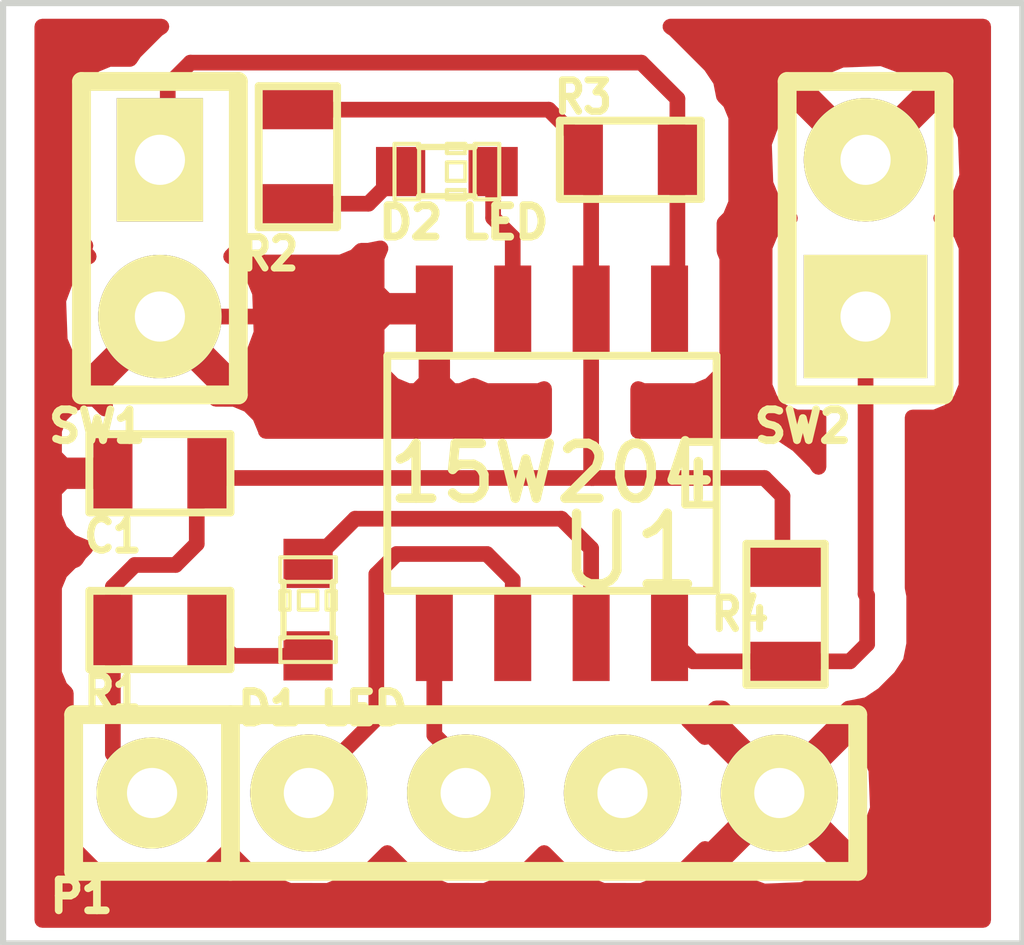
<source format=kicad_pcb>
(kicad_pcb (version 3) (host pcbnew "(22-Jun-2014 BZR 4027)-stable")

  (general
    (links 20)
    (no_connects 0)
    (area 199.339999 126.949999 215.950001 142.290001)
    (thickness 1.6)
    (drawings 5)
    (tracks 62)
    (zones 0)
    (modules 11)
    (nets 11)
  )

  (page A3)
  (layers
    (15 F.Cu signal)
    (0 B.Cu signal)
    (16 B.Adhes user)
    (17 F.Adhes user)
    (18 B.Paste user)
    (19 F.Paste user)
    (20 B.SilkS user)
    (21 F.SilkS user)
    (22 B.Mask user)
    (23 F.Mask user)
    (24 Dwgs.User user)
    (25 Cmts.User user)
    (26 Eco1.User user)
    (27 Eco2.User user)
    (28 Edge.Cuts user)
  )

  (setup
    (last_trace_width 0.254)
    (trace_clearance 0.254)
    (zone_clearance 0.508)
    (zone_45_only no)
    (trace_min 0.254)
    (segment_width 0.2)
    (edge_width 0.1)
    (via_size 0.889)
    (via_drill 0.635)
    (via_min_size 0.889)
    (via_min_drill 0.508)
    (uvia_size 0.508)
    (uvia_drill 0.127)
    (uvias_allowed no)
    (uvia_min_size 0.508)
    (uvia_min_drill 0.127)
    (pcb_text_width 0.3)
    (pcb_text_size 1.5 1.5)
    (mod_edge_width 0.15)
    (mod_text_size 1 1)
    (mod_text_width 0.15)
    (pad_size 1.9 1.9)
    (pad_drill 0.8128)
    (pad_to_mask_clearance 0)
    (aux_axis_origin 0 0)
    (visible_elements 7FFFFFFF)
    (pcbplotparams
      (layerselection 536838145)
      (usegerberextensions false)
      (excludeedgelayer false)
      (linewidth 0.150000)
      (plotframeref false)
      (viasonmask false)
      (mode 1)
      (useauxorigin false)
      (hpglpennumber 1)
      (hpglpenspeed 20)
      (hpglpendiameter 15)
      (hpglpenoverlay 2)
      (psnegative false)
      (psa4output false)
      (plotreference true)
      (plotvalue true)
      (plotothertext true)
      (plotinvisibletext false)
      (padsonsilk false)
      (subtractmaskfromsilk false)
      (outputformat 1)
      (mirror false)
      (drillshape 0)
      (scaleselection 1)
      (outputdirectory gerber/))
  )

  (net 0 "")
  (net 1 GND)
  (net 2 IN1)
  (net 3 IN2)
  (net 4 MCU_RX)
  (net 5 MCU_TX)
  (net 6 N-000003)
  (net 7 N-000005)
  (net 8 OUT1)
  (net 9 OUT2)
  (net 10 VCC)

  (net_class Default "This is the default net class."
    (clearance 0.254)
    (trace_width 0.254)
    (via_dia 0.889)
    (via_drill 0.635)
    (uvia_dia 0.508)
    (uvia_drill 0.127)
    (add_net "")
    (add_net GND)
    (add_net IN1)
    (add_net IN2)
    (add_net MCU_RX)
    (add_net MCU_TX)
    (add_net N-000003)
    (add_net N-000005)
    (add_net OUT1)
    (add_net OUT2)
    (add_net VCC)
  )

  (module SO8E (layer F.Cu) (tedit 56D18A74) (tstamp 56D1611D)
    (at 208.28 134.62 180)
    (descr "module CMS SOJ 8 pins etroit")
    (tags "CMS SOJ")
    (path /56D14F30)
    (attr smd)
    (fp_text reference U1 (at -1.27 -1.27 180) (layer F.SilkS)
      (effects (font (size 1.143 1.143) (thickness 0.1524)))
    )
    (fp_text value 15W204 (at 0 0 180) (layer F.SilkS)
      (effects (font (size 0.889 0.889) (thickness 0.1524)))
    )
    (fp_line (start -2.667 1.778) (end -2.667 1.905) (layer F.SilkS) (width 0.127))
    (fp_line (start -2.667 1.905) (end 2.667 1.905) (layer F.SilkS) (width 0.127))
    (fp_line (start 2.667 -1.905) (end -2.667 -1.905) (layer F.SilkS) (width 0.127))
    (fp_line (start -2.667 -1.905) (end -2.667 1.778) (layer F.SilkS) (width 0.127))
    (fp_line (start -2.667 -0.508) (end -2.159 -0.508) (layer F.SilkS) (width 0.127))
    (fp_line (start -2.159 -0.508) (end -2.159 0.508) (layer F.SilkS) (width 0.127))
    (fp_line (start -2.159 0.508) (end -2.667 0.508) (layer F.SilkS) (width 0.127))
    (fp_line (start 2.667 -1.905) (end 2.667 1.905) (layer F.SilkS) (width 0.127))
    (pad 8 smd rect (at -1.905 -2.667 180) (size 0.59944 1.39954)
      (layers F.Cu F.Paste F.Mask)
      (net 3 IN2)
    )
    (pad 1 smd rect (at -1.905 2.667 180) (size 0.59944 1.39954)
      (layers F.Cu F.Paste F.Mask)
      (net 2 IN1)
    )
    (pad 7 smd rect (at -0.635 -2.667 180) (size 0.59944 1.39954)
      (layers F.Cu F.Paste F.Mask)
      (net 9 OUT2)
    )
    (pad 6 smd rect (at 0.635 -2.667 180) (size 0.59944 1.39954)
      (layers F.Cu F.Paste F.Mask)
      (net 5 MCU_TX)
    )
    (pad 5 smd rect (at 1.905 -2.667 180) (size 0.59944 1.39954)
      (layers F.Cu F.Paste F.Mask)
      (net 4 MCU_RX)
    )
    (pad 2 smd rect (at -0.635 2.667 180) (size 0.59944 1.39954)
      (layers F.Cu F.Paste F.Mask)
      (net 10 VCC)
    )
    (pad 3 smd rect (at 0.635 2.667 180) (size 0.59944 1.39954)
      (layers F.Cu F.Paste F.Mask)
      (net 8 OUT1)
    )
    (pad 4 smd rect (at 1.905 2.667 180) (size 0.59944 1.39954)
      (layers F.Cu F.Paste F.Mask)
      (net 1 GND)
    )
    (model smd/cms_so8.wrl
      (at (xyz 0 0 0))
      (scale (xyz 0.5 0.32 0.5))
      (rotate (xyz 0 0 0))
    )
  )

  (module SM0603 (layer F.Cu) (tedit 56D1920F) (tstamp 56D16E0E)
    (at 201.93 134.62 180)
    (path /56D15359)
    (attr smd)
    (fp_text reference C1 (at 0.762 -1.016 180) (layer F.SilkS)
      (effects (font (size 0.508 0.4572) (thickness 0.1143)))
    )
    (fp_text value 10uF (at -0.762 -1.016 180) (layer F.SilkS) hide
      (effects (font (size 0.508 0.4572) (thickness 0.1143)))
    )
    (fp_line (start -1.143 -0.635) (end 1.143 -0.635) (layer F.SilkS) (width 0.127))
    (fp_line (start 1.143 -0.635) (end 1.143 0.635) (layer F.SilkS) (width 0.127))
    (fp_line (start 1.143 0.635) (end -1.143 0.635) (layer F.SilkS) (width 0.127))
    (fp_line (start -1.143 0.635) (end -1.143 -0.635) (layer F.SilkS) (width 0.127))
    (pad 1 smd rect (at -0.762 0 180) (size 0.635 1.143)
      (layers F.Cu F.Paste F.Mask)
      (net 10 VCC)
    )
    (pad 2 smd rect (at 0.762 0 180) (size 0.635 1.143)
      (layers F.Cu F.Paste F.Mask)
      (net 1 GND)
    )
    (model smd\resistors\R0603.wrl
      (at (xyz 0 0 0.001))
      (scale (xyz 0.5 0.5 0.5))
      (rotate (xyz 0 0 0))
    )
  )

  (module SM0603 (layer F.Cu) (tedit 56D192B0) (tstamp 56D16131)
    (at 204.1652 129.4892 270)
    (path /56D155AB)
    (attr smd)
    (fp_text reference R2 (at 1.5748 0.4572 360) (layer F.SilkS)
      (effects (font (size 0.508 0.4572) (thickness 0.1143)))
    )
    (fp_text value 1K (at 1.5748 -0.8128 360) (layer F.SilkS) hide
      (effects (font (size 0.508 0.4572) (thickness 0.1143)))
    )
    (fp_line (start -1.143 -0.635) (end 1.143 -0.635) (layer F.SilkS) (width 0.127))
    (fp_line (start 1.143 -0.635) (end 1.143 0.635) (layer F.SilkS) (width 0.127))
    (fp_line (start 1.143 0.635) (end -1.143 0.635) (layer F.SilkS) (width 0.127))
    (fp_line (start -1.143 0.635) (end -1.143 -0.635) (layer F.SilkS) (width 0.127))
    (pad 1 smd rect (at -0.762 0 270) (size 0.635 1.143)
      (layers F.Cu F.Paste F.Mask)
      (net 10 VCC)
    )
    (pad 2 smd rect (at 0.762 0 270) (size 0.635 1.143)
      (layers F.Cu F.Paste F.Mask)
      (net 6 N-000003)
    )
    (model smd\resistors\R0603.wrl
      (at (xyz 0 0 0.001))
      (scale (xyz 0.5 0.5 0.5))
      (rotate (xyz 0 0 0))
    )
  )

  (module SM0603 (layer F.Cu) (tedit 56D191F8) (tstamp 56D1613B)
    (at 201.93 137.16)
    (path /56D155BA)
    (attr smd)
    (fp_text reference R1 (at -0.762 1.016) (layer F.SilkS)
      (effects (font (size 0.508 0.4572) (thickness 0.1143)))
    )
    (fp_text value 1K (at 0.762 1.016) (layer F.SilkS) hide
      (effects (font (size 0.508 0.4572) (thickness 0.1143)))
    )
    (fp_line (start -1.143 -0.635) (end 1.143 -0.635) (layer F.SilkS) (width 0.127))
    (fp_line (start 1.143 -0.635) (end 1.143 0.635) (layer F.SilkS) (width 0.127))
    (fp_line (start 1.143 0.635) (end -1.143 0.635) (layer F.SilkS) (width 0.127))
    (fp_line (start -1.143 0.635) (end -1.143 -0.635) (layer F.SilkS) (width 0.127))
    (pad 1 smd rect (at -0.762 0) (size 0.635 1.143)
      (layers F.Cu F.Paste F.Mask)
      (net 10 VCC)
    )
    (pad 2 smd rect (at 0.762 0) (size 0.635 1.143)
      (layers F.Cu F.Paste F.Mask)
      (net 7 N-000005)
    )
    (model smd\resistors\R0603.wrl
      (at (xyz 0 0 0.001))
      (scale (xyz 0.5 0.5 0.5))
      (rotate (xyz 0 0 0))
    )
  )

  (module SM0603 (layer F.Cu) (tedit 56D19280) (tstamp 56D163B5)
    (at 209.55 129.54)
    (path /56D1567A)
    (attr smd)
    (fp_text reference R3 (at -0.762 -1.016) (layer F.SilkS)
      (effects (font (size 0.508 0.4572) (thickness 0.1143)))
    )
    (fp_text value 1K (at 0.762 -1.016) (layer F.SilkS) hide
      (effects (font (size 0.508 0.4572) (thickness 0.1143)))
    )
    (fp_line (start -1.143 -0.635) (end 1.143 -0.635) (layer F.SilkS) (width 0.127))
    (fp_line (start 1.143 -0.635) (end 1.143 0.635) (layer F.SilkS) (width 0.127))
    (fp_line (start 1.143 0.635) (end -1.143 0.635) (layer F.SilkS) (width 0.127))
    (fp_line (start -1.143 0.635) (end -1.143 -0.635) (layer F.SilkS) (width 0.127))
    (pad 1 smd rect (at -0.762 0) (size 0.635 1.143)
      (layers F.Cu F.Paste F.Mask)
      (net 10 VCC)
    )
    (pad 2 smd rect (at 0.762 0) (size 0.635 1.143)
      (layers F.Cu F.Paste F.Mask)
      (net 2 IN1)
    )
    (model smd\resistors\R0603.wrl
      (at (xyz 0 0 0.001))
      (scale (xyz 0.5 0.5 0.5))
      (rotate (xyz 0 0 0))
    )
  )

  (module SM0603 (layer F.Cu) (tedit 56D191E7) (tstamp 56D1614F)
    (at 212.0646 136.906 270)
    (path /56D15689)
    (attr smd)
    (fp_text reference R4 (at 0 0.7366 360) (layer F.SilkS)
      (effects (font (size 0.508 0.4572) (thickness 0.1143)))
    )
    (fp_text value 1K (at 0 -0.5334 360) (layer F.SilkS) hide
      (effects (font (size 0.508 0.4572) (thickness 0.1143)))
    )
    (fp_line (start -1.143 -0.635) (end 1.143 -0.635) (layer F.SilkS) (width 0.127))
    (fp_line (start 1.143 -0.635) (end 1.143 0.635) (layer F.SilkS) (width 0.127))
    (fp_line (start 1.143 0.635) (end -1.143 0.635) (layer F.SilkS) (width 0.127))
    (fp_line (start -1.143 0.635) (end -1.143 -0.635) (layer F.SilkS) (width 0.127))
    (pad 1 smd rect (at -0.762 0 270) (size 0.635 1.143)
      (layers F.Cu F.Paste F.Mask)
      (net 10 VCC)
    )
    (pad 2 smd rect (at 0.762 0 270) (size 0.635 1.143)
      (layers F.Cu F.Paste F.Mask)
      (net 3 IN2)
    )
    (model smd\resistors\R0603.wrl
      (at (xyz 0 0 0.001))
      (scale (xyz 0.5 0.5 0.5))
      (rotate (xyz 0 0 0))
    )
  )

  (module SIL-5 (layer F.Cu) (tedit 56D191C0) (tstamp 56D18E77)
    (at 208.153 139.8016)
    (descr "Connecteur 5 pins")
    (tags "CONN DEV")
    (path /56D1525A)
    (fp_text reference P1 (at -7.493 1.6764) (layer F.SilkS)
      (effects (font (size 0.5 0.5) (thickness 0.125)))
    )
    (fp_text value CONN_5 (at 3.683 1.6764) (layer F.SilkS) hide
      (effects (font (size 0.5 0.5) (thickness 0.125)))
    )
    (fp_line (start -7.62 1.27) (end -7.62 -1.27) (layer F.SilkS) (width 0.3048))
    (fp_line (start -7.62 -1.27) (end 5.08 -1.27) (layer F.SilkS) (width 0.3048))
    (fp_line (start 5.08 -1.27) (end 5.08 1.27) (layer F.SilkS) (width 0.3048))
    (fp_line (start 5.08 1.27) (end -7.62 1.27) (layer F.SilkS) (width 0.3048))
    (fp_line (start -5.08 1.27) (end -5.08 -1.27) (layer F.SilkS) (width 0.3048))
    (pad 1 thru_hole circle (at -6.35 0) (size 1.8 1.8) (drill 0.8128)
      (layers *.Mask F.Cu F.SilkS)
      (net 10 VCC)
    )
    (pad 2 thru_hole circle (at -3.81 0) (size 1.9 1.9) (drill 0.8128)
      (layers *.Mask F.Cu F.SilkS)
      (net 5 MCU_TX)
    )
    (pad 3 thru_hole circle (at -1.27 0) (size 1.9 1.9) (drill 0.8128)
      (layers *.Mask F.Cu F.Adhes F.Paste F.SilkS)
      (net 4 MCU_RX)
    )
    (pad 4 thru_hole circle (at 1.27 0) (size 1.9 1.9) (drill 0.8128)
      (layers *.Mask F.Cu F.SilkS)
    )
    (pad 5 thru_hole circle (at 3.81 0) (size 1.9 1.9) (drill 0.8128)
      (layers *.Mask F.Cu F.SilkS)
      (net 1 GND)
    )
  )

  (module LED-0603 (layer F.Cu) (tedit 56D19224) (tstamp 56D17581)
    (at 204.3303 136.8298 90)
    (descr "LED 0603 smd package")
    (tags "LED led 0603 SMD smd SMT smt smdled SMDLED smtled SMTLED")
    (path /56D1562E)
    (attr smd)
    (fp_text reference D1 (at -1.6002 -0.6223 180) (layer F.SilkS)
      (effects (font (size 0.508 0.508) (thickness 0.127)))
    )
    (fp_text value LED (at -1.6002 0.9017 180) (layer F.SilkS)
      (effects (font (size 0.508 0.508) (thickness 0.127)))
    )
    (fp_line (start 0.44958 -0.44958) (end 0.44958 0.44958) (layer F.SilkS) (width 0.06604))
    (fp_line (start 0.44958 0.44958) (end 0.84836 0.44958) (layer F.SilkS) (width 0.06604))
    (fp_line (start 0.84836 -0.44958) (end 0.84836 0.44958) (layer F.SilkS) (width 0.06604))
    (fp_line (start 0.44958 -0.44958) (end 0.84836 -0.44958) (layer F.SilkS) (width 0.06604))
    (fp_line (start -0.84836 -0.44958) (end -0.84836 0.44958) (layer F.SilkS) (width 0.06604))
    (fp_line (start -0.84836 0.44958) (end -0.44958 0.44958) (layer F.SilkS) (width 0.06604))
    (fp_line (start -0.44958 -0.44958) (end -0.44958 0.44958) (layer F.SilkS) (width 0.06604))
    (fp_line (start -0.84836 -0.44958) (end -0.44958 -0.44958) (layer F.SilkS) (width 0.06604))
    (fp_line (start 0 -0.44958) (end 0 -0.29972) (layer F.SilkS) (width 0.06604))
    (fp_line (start 0 -0.29972) (end 0.29972 -0.29972) (layer F.SilkS) (width 0.06604))
    (fp_line (start 0.29972 -0.44958) (end 0.29972 -0.29972) (layer F.SilkS) (width 0.06604))
    (fp_line (start 0 -0.44958) (end 0.29972 -0.44958) (layer F.SilkS) (width 0.06604))
    (fp_line (start 0 0.29972) (end 0 0.44958) (layer F.SilkS) (width 0.06604))
    (fp_line (start 0 0.44958) (end 0.29972 0.44958) (layer F.SilkS) (width 0.06604))
    (fp_line (start 0.29972 0.29972) (end 0.29972 0.44958) (layer F.SilkS) (width 0.06604))
    (fp_line (start 0 0.29972) (end 0.29972 0.29972) (layer F.SilkS) (width 0.06604))
    (fp_line (start 0 -0.14986) (end 0 0.14986) (layer F.SilkS) (width 0.06604))
    (fp_line (start 0 0.14986) (end 0.29972 0.14986) (layer F.SilkS) (width 0.06604))
    (fp_line (start 0.29972 -0.14986) (end 0.29972 0.14986) (layer F.SilkS) (width 0.06604))
    (fp_line (start 0 -0.14986) (end 0.29972 -0.14986) (layer F.SilkS) (width 0.06604))
    (fp_line (start 0.44958 -0.39878) (end -0.44958 -0.39878) (layer F.SilkS) (width 0.1016))
    (fp_line (start 0.44958 0.39878) (end -0.44958 0.39878) (layer F.SilkS) (width 0.1016))
    (pad 1 smd rect (at -0.7493 0 90) (size 0.79756 0.79756)
      (layers F.Cu F.Paste F.Mask)
      (net 7 N-000005)
    )
    (pad 2 smd rect (at 0.7493 0 90) (size 0.79756 0.79756)
      (layers F.Cu F.Paste F.Mask)
      (net 9 OUT2)
    )
  )

  (module LED-0603 (layer F.Cu) (tedit 56D192A3) (tstamp 56D16195)
    (at 206.5782 129.7305)
    (descr "LED 0603 smd package")
    (tags "LED led 0603 SMD smd SMT smt smdled SMDLED smtled SMTLED")
    (path /56D1563D)
    (attr smd)
    (fp_text reference D2 (at -0.5842 0.8255) (layer F.SilkS)
      (effects (font (size 0.508 0.508) (thickness 0.127)))
    )
    (fp_text value LED (at 0.9398 0.8255) (layer F.SilkS)
      (effects (font (size 0.508 0.508) (thickness 0.127)))
    )
    (fp_line (start 0.44958 -0.44958) (end 0.44958 0.44958) (layer F.SilkS) (width 0.06604))
    (fp_line (start 0.44958 0.44958) (end 0.84836 0.44958) (layer F.SilkS) (width 0.06604))
    (fp_line (start 0.84836 -0.44958) (end 0.84836 0.44958) (layer F.SilkS) (width 0.06604))
    (fp_line (start 0.44958 -0.44958) (end 0.84836 -0.44958) (layer F.SilkS) (width 0.06604))
    (fp_line (start -0.84836 -0.44958) (end -0.84836 0.44958) (layer F.SilkS) (width 0.06604))
    (fp_line (start -0.84836 0.44958) (end -0.44958 0.44958) (layer F.SilkS) (width 0.06604))
    (fp_line (start -0.44958 -0.44958) (end -0.44958 0.44958) (layer F.SilkS) (width 0.06604))
    (fp_line (start -0.84836 -0.44958) (end -0.44958 -0.44958) (layer F.SilkS) (width 0.06604))
    (fp_line (start 0 -0.44958) (end 0 -0.29972) (layer F.SilkS) (width 0.06604))
    (fp_line (start 0 -0.29972) (end 0.29972 -0.29972) (layer F.SilkS) (width 0.06604))
    (fp_line (start 0.29972 -0.44958) (end 0.29972 -0.29972) (layer F.SilkS) (width 0.06604))
    (fp_line (start 0 -0.44958) (end 0.29972 -0.44958) (layer F.SilkS) (width 0.06604))
    (fp_line (start 0 0.29972) (end 0 0.44958) (layer F.SilkS) (width 0.06604))
    (fp_line (start 0 0.44958) (end 0.29972 0.44958) (layer F.SilkS) (width 0.06604))
    (fp_line (start 0.29972 0.29972) (end 0.29972 0.44958) (layer F.SilkS) (width 0.06604))
    (fp_line (start 0 0.29972) (end 0.29972 0.29972) (layer F.SilkS) (width 0.06604))
    (fp_line (start 0 -0.14986) (end 0 0.14986) (layer F.SilkS) (width 0.06604))
    (fp_line (start 0 0.14986) (end 0.29972 0.14986) (layer F.SilkS) (width 0.06604))
    (fp_line (start 0.29972 -0.14986) (end 0.29972 0.14986) (layer F.SilkS) (width 0.06604))
    (fp_line (start 0 -0.14986) (end 0.29972 -0.14986) (layer F.SilkS) (width 0.06604))
    (fp_line (start 0.44958 -0.39878) (end -0.44958 -0.39878) (layer F.SilkS) (width 0.1016))
    (fp_line (start 0.44958 0.39878) (end -0.44958 0.39878) (layer F.SilkS) (width 0.1016))
    (pad 1 smd rect (at -0.7493 0) (size 0.79756 0.79756)
      (layers F.Cu F.Paste F.Mask)
      (net 6 N-000003)
    )
    (pad 2 smd rect (at 0.7493 0) (size 0.79756 0.79756)
      (layers F.Cu F.Paste F.Mask)
      (net 8 OUT1)
    )
  )

  (module SIL-2 (layer F.Cu) (tedit 56D192E2) (tstamp 56D162EE)
    (at 201.93 130.81 270)
    (descr "Connecteurs 2 pins")
    (tags "CONN DEV")
    (path /56D1569C)
    (fp_text reference SW1 (at 3.048 1.016 360) (layer F.SilkS)
      (effects (font (size 0.5 0.5) (thickness 0.125)))
    )
    (fp_text value SW_PUSH (at -3.048 0 360) (layer F.SilkS) hide
      (effects (font (size 0.5 0.5) (thickness 0.125)))
    )
    (fp_line (start -2.54 1.27) (end -2.54 -1.27) (layer F.SilkS) (width 0.3048))
    (fp_line (start -2.54 -1.27) (end 2.54 -1.27) (layer F.SilkS) (width 0.3048))
    (fp_line (start 2.54 -1.27) (end 2.54 1.27) (layer F.SilkS) (width 0.3048))
    (fp_line (start 2.54 1.27) (end -2.54 1.27) (layer F.SilkS) (width 0.3048))
    (pad 1 thru_hole rect (at -1.27 0 270) (size 2 1.397) (drill 0.8128)
      (layers *.Mask F.Cu F.SilkS)
      (net 2 IN1)
    )
    (pad 2 thru_hole circle (at 1.27 0 270) (size 2 2) (drill 0.8128)
      (layers *.Mask F.Cu F.SilkS)
      (net 1 GND)
    )
  )

  (module SIL-2 (layer F.Cu) (tedit 56D192CF) (tstamp 56D16E50)
    (at 213.36 130.81 90)
    (descr "Connecteurs 2 pins")
    (tags "CONN DEV")
    (path /56D156AB)
    (fp_text reference SW2 (at -3.048 -1.016 180) (layer F.SilkS)
      (effects (font (size 0.5 0.5) (thickness 0.125)))
    )
    (fp_text value SW_PUSH (at 3.048 0 180) (layer F.SilkS) hide
      (effects (font (size 0.5 0.5) (thickness 0.125)))
    )
    (fp_line (start -2.54 1.27) (end -2.54 -1.27) (layer F.SilkS) (width 0.3048))
    (fp_line (start -2.54 -1.27) (end 2.54 -1.27) (layer F.SilkS) (width 0.3048))
    (fp_line (start 2.54 -1.27) (end 2.54 1.27) (layer F.SilkS) (width 0.3048))
    (fp_line (start 2.54 1.27) (end -2.54 1.27) (layer F.SilkS) (width 0.3048))
    (pad 1 thru_hole rect (at -1.27 0 90) (size 2 2) (drill 0.8128)
      (layers *.Mask F.Cu F.SilkS)
      (net 3 IN2)
    )
    (pad 2 thru_hole circle (at 1.27 0 90) (size 2 2) (drill 0.8128)
      (layers *.Mask F.Cu F.SilkS)
      (net 1 GND)
    )
  )

  (gr_line (start 199.39 142.24) (end 199.39 127) (angle 90) (layer Edge.Cuts) (width 0.1))
  (gr_line (start 215.9 142.24) (end 199.39 142.24) (angle 90) (layer Edge.Cuts) (width 0.1))
  (gr_line (start 215.9 127) (end 215.9 142.24) (angle 90) (layer Edge.Cuts) (width 0.1))
  (gr_line (start 199.39 127) (end 215.9 127) (angle 90) (layer Edge.Cuts) (width 0.1))
  (gr_text SOSP20160227 (at 214.63 137.668 90) (layer Dwgs.User)
    (effects (font (size 0.7112 0.7112) (thickness 0.0762)))
  )

  (segment (start 201.93 132.08) (end 206.248 132.08) (width 0.254) (layer F.Cu) (net 1))
  (segment (start 206.248 132.08) (end 206.375 131.953) (width 0.254) (layer F.Cu) (net 1) (tstamp 56D187C3))
  (segment (start 210.312 129.54) (end 210.312 128.5494) (width 0.254) (layer F.Cu) (net 2))
  (segment (start 202.057 129.413) (end 201.93 129.54) (width 0.254) (layer F.Cu) (net 2) (tstamp 56D17E04))
  (segment (start 202.057 128.3335) (end 202.057 129.413) (width 0.254) (layer F.Cu) (net 2) (tstamp 56D17E01))
  (segment (start 202.4253 127.9652) (end 202.057 128.3335) (width 0.254) (layer F.Cu) (net 2) (tstamp 56D17DFD))
  (segment (start 209.7278 127.9652) (end 202.4253 127.9652) (width 0.254) (layer F.Cu) (net 2) (tstamp 56D17DFC))
  (segment (start 210.312 128.5494) (end 209.7278 127.9652) (width 0.254) (layer F.Cu) (net 2) (tstamp 56D17DFA))
  (segment (start 210.312 129.54) (end 210.312 131.826) (width 0.254) (layer F.Cu) (net 2))
  (segment (start 210.312 131.826) (end 210.185 131.953) (width 0.254) (layer F.Cu) (net 2) (tstamp 56D17C6D))
  (segment (start 213.36 132.08) (end 213.36 136.5758) (width 0.254) (layer F.Cu) (net 3))
  (segment (start 213.106 137.668) (end 212.0646 137.668) (width 0.254) (layer F.Cu) (net 3) (tstamp 56D17CF1))
  (segment (start 213.3854 137.3886) (end 213.106 137.668) (width 0.254) (layer F.Cu) (net 3) (tstamp 56D17CF0))
  (segment (start 213.3854 136.6012) (end 213.3854 137.3886) (width 0.254) (layer F.Cu) (net 3) (tstamp 56D17CED))
  (segment (start 213.36 136.5758) (end 213.3854 136.6012) (width 0.254) (layer F.Cu) (net 3) (tstamp 56D17CEA))
  (segment (start 212.0646 137.668) (end 210.566 137.668) (width 0.254) (layer F.Cu) (net 3))
  (segment (start 210.566 137.668) (end 210.185 137.287) (width 0.254) (layer F.Cu) (net 3) (tstamp 56D17C55))
  (segment (start 206.883 139.8016) (end 206.883 139.3698) (width 0.254) (layer F.Cu) (net 4))
  (segment (start 206.375 138.8618) (end 206.375 137.287) (width 0.254) (layer F.Cu) (net 4) (tstamp 56D17AD3))
  (segment (start 206.883 139.3698) (end 206.375 138.8618) (width 0.254) (layer F.Cu) (net 4) (tstamp 56D17AD2))
  (segment (start 204.343 139.8016) (end 204.343 139.6873) (width 0.254) (layer F.Cu) (net 5))
  (segment (start 207.645 136.3472) (end 207.645 137.287) (width 0.254) (layer F.Cu) (net 5) (tstamp 56D17BDE))
  (segment (start 207.2259 135.9281) (end 207.645 136.3472) (width 0.254) (layer F.Cu) (net 5) (tstamp 56D17BDD))
  (segment (start 205.7654 135.9281) (end 207.2259 135.9281) (width 0.254) (layer F.Cu) (net 5) (tstamp 56D17BDC))
  (segment (start 205.4352 136.2583) (end 205.7654 135.9281) (width 0.254) (layer F.Cu) (net 5) (tstamp 56D17BDB))
  (segment (start 205.4352 138.5951) (end 205.4352 136.2583) (width 0.254) (layer F.Cu) (net 5) (tstamp 56D17BD9))
  (segment (start 204.343 139.6873) (end 205.4352 138.5951) (width 0.254) (layer F.Cu) (net 5) (tstamp 56D17BD8))
  (segment (start 204.1652 130.2512) (end 205.3082 130.2512) (width 0.254) (layer F.Cu) (net 6))
  (segment (start 205.3082 130.2512) (end 205.8289 129.7305) (width 0.254) (layer F.Cu) (net 6) (tstamp 56D187BD))
  (segment (start 204.3303 137.5791) (end 203.1111 137.5791) (width 0.254) (layer F.Cu) (net 7))
  (segment (start 203.1111 137.5791) (end 202.692 137.16) (width 0.254) (layer F.Cu) (net 7) (tstamp 56D17C2F))
  (segment (start 207.645 131.953) (end 207.645 130.7973) (width 0.254) (layer F.Cu) (net 8))
  (segment (start 207.3275 130.4798) (end 207.3275 129.7305) (width 0.254) (layer F.Cu) (net 8) (tstamp 56D18743))
  (segment (start 207.645 130.7973) (end 207.3275 130.4798) (width 0.254) (layer F.Cu) (net 8) (tstamp 56D18742))
  (segment (start 204.3303 136.0805) (end 204.3684 136.0805) (width 0.254) (layer F.Cu) (net 9))
  (segment (start 208.915 135.8392) (end 208.915 137.287) (width 0.254) (layer F.Cu) (net 9) (tstamp 56D17C44))
  (segment (start 208.4324 135.3566) (end 208.915 135.8392) (width 0.254) (layer F.Cu) (net 9) (tstamp 56D17C43))
  (segment (start 205.0923 135.3566) (end 208.4324 135.3566) (width 0.254) (layer F.Cu) (net 9) (tstamp 56D17C40))
  (segment (start 204.3684 136.0805) (end 205.0923 135.3566) (width 0.254) (layer F.Cu) (net 9) (tstamp 56D17C3C))
  (segment (start 204.1652 128.7272) (end 208.229202 128.7272) (width 0.254) (layer F.Cu) (net 10))
  (segment (start 208.788 129.285998) (end 208.788 129.54) (width 0.254) (layer F.Cu) (net 10) (tstamp 56D187B3))
  (segment (start 208.229202 128.7272) (end 208.788 129.285998) (width 0.254) (layer F.Cu) (net 10) (tstamp 56D187B1))
  (segment (start 208.915 131.953) (end 208.915 134.6581) (width 0.254) (layer F.Cu) (net 10))
  (segment (start 208.915 134.6835) (end 208.915 134.6962) (width 0.254) (layer F.Cu) (net 10) (tstamp 56D17D70))
  (segment (start 208.9277 134.6962) (end 208.915 134.6835) (width 0.254) (layer F.Cu) (net 10) (tstamp 56D17D6F))
  (segment (start 208.9531 134.6962) (end 208.9277 134.6962) (width 0.254) (layer F.Cu) (net 10) (tstamp 56D17D6E))
  (segment (start 208.915 134.6581) (end 208.9531 134.6962) (width 0.254) (layer F.Cu) (net 10) (tstamp 56D17D6D))
  (segment (start 201.168 137.16) (end 201.168 136.4615) (width 0.254) (layer F.Cu) (net 10))
  (segment (start 201.168 136.4615) (end 201.5236 136.1059) (width 0.254) (layer F.Cu) (net 10) (tstamp 56D17D3E))
  (segment (start 201.5236 136.1059) (end 202.184 136.1059) (width 0.254) (layer F.Cu) (net 10) (tstamp 56D17D43))
  (segment (start 202.184 136.1059) (end 202.5269 135.763) (width 0.254) (layer F.Cu) (net 10) (tstamp 56D17D44))
  (segment (start 202.5269 135.763) (end 202.5269 134.7851) (width 0.254) (layer F.Cu) (net 10) (tstamp 56D17D48))
  (segment (start 202.5269 134.7851) (end 202.6158 134.6962) (width 0.254) (layer F.Cu) (net 10) (tstamp 56D17D49))
  (segment (start 202.6158 134.6962) (end 208.915 134.6962) (width 0.254) (layer F.Cu) (net 10) (tstamp 56D17D4B))
  (segment (start 212.0138 136.0932) (end 212.0646 136.144) (width 0.254) (layer F.Cu) (net 10) (tstamp 56D17D67))
  (segment (start 208.915 134.6962) (end 211.7217 134.6962) (width 0.254) (layer F.Cu) (net 10) (tstamp 56D17D71))
  (segment (start 211.7217 134.6962) (end 212.0138 134.9883) (width 0.254) (layer F.Cu) (net 10) (tstamp 56D17D62))
  (segment (start 212.0138 134.9883) (end 212.0138 136.0932) (width 0.254) (layer F.Cu) (net 10) (tstamp 56D17D65))
  (segment (start 208.788 129.54) (end 208.915 129.667) (width 0.254) (layer F.Cu) (net 10) (tstamp 56D17C68))
  (segment (start 208.915 129.667) (end 208.915 131.953) (width 0.254) (layer F.Cu) (net 10) (tstamp 56D17C69))
  (segment (start 201.168 137.16) (end 201.168 139.1666) (width 0.254) (layer F.Cu) (net 10))
  (segment (start 201.168 139.1666) (end 201.803 139.8016) (width 0.254) (layer F.Cu) (net 10) (tstamp 56D17ADC))

  (zone (net 1) (net_name GND) (layer F.Cu) (tstamp 56D18A0B) (hatch edge 0.508)
    (connect_pads (clearance 0.508))
    (min_thickness 0.254)
    (fill (arc_segments 16) (thermal_gap 0.508) (thermal_bridge_width 0.508))
    (polygon
      (pts
        (xy 215.392 141.986) (xy 199.898 141.986) (xy 199.898 127.254) (xy 215.392 127.254)
      )
    )
    (filled_polygon
      (pts
        (xy 215.265 141.859) (xy 213.559187 141.859) (xy 213.559187 140.054202) (xy 213.534351 139.424139) (xy 213.341018 138.957392)
        (xy 213.079349 138.864856) (xy 212.142605 139.8016) (xy 213.079349 140.738344) (xy 213.341018 140.645808) (xy 213.559187 140.054202)
        (xy 213.559187 141.859) (xy 212.899744 141.859) (xy 212.899744 140.917949) (xy 211.963 139.981205) (xy 211.026256 140.917949)
        (xy 211.118792 141.179618) (xy 211.710398 141.397787) (xy 212.340461 141.372951) (xy 212.807208 141.179618) (xy 212.899744 140.917949)
        (xy 212.899744 141.859) (xy 200.025 141.859) (xy 200.025 127.381) (xy 201.954407 127.381) (xy 201.886484 127.426385)
        (xy 201.518185 127.794685) (xy 201.444548 127.90489) (xy 201.105745 127.90489) (xy 200.872271 128.001359) (xy 200.693487 128.179832)
        (xy 200.596611 128.413136) (xy 200.59639 128.665755) (xy 200.59639 130.665755) (xy 200.692859 130.899229) (xy 200.724777 130.931202)
        (xy 200.663186 130.992794) (xy 200.777467 131.107075) (xy 200.510614 131.205737) (xy 200.284092 131.815462) (xy 200.308145 132.46546)
        (xy 200.510614 132.954263) (xy 200.77747 133.052925) (xy 201.750395 132.08) (xy 201.736252 132.065857) (xy 201.915857 131.886252)
        (xy 201.93 131.900395) (xy 201.944142 131.886252) (xy 202.123747 132.065857) (xy 202.109605 132.08) (xy 203.08253 133.052925)
        (xy 203.349386 132.954263) (xy 203.575908 132.344538) (xy 203.551855 131.69454) (xy 203.349386 131.205737) (xy 203.082532 131.107075)
        (xy 203.158278 131.031329) (xy 203.233532 131.106713) (xy 203.466836 131.203589) (xy 203.719455 131.20381) (xy 204.862455 131.20381)
        (xy 205.095929 131.107341) (xy 205.190234 131.0132) (xy 205.3082 131.0132) (xy 205.3082 131.013199) (xy 205.503513 130.974349)
        (xy 205.440391 131.126366) (xy 205.44017 131.378985) (xy 205.44028 131.66725) (xy 205.59903 131.826) (xy 206.248 131.826)
        (xy 206.248 131.806) (xy 206.502 131.806) (xy 206.502 131.826) (xy 206.522 131.826) (xy 206.522 132.08)
        (xy 206.502 132.08) (xy 206.502 133.12902) (xy 206.66075 133.28777) (xy 206.800475 133.28788) (xy 207.010228 133.201212)
        (xy 207.218416 133.287659) (xy 207.471035 133.28788) (xy 208.070475 133.28788) (xy 208.153 133.253781) (xy 208.153 133.9342)
        (xy 206.248 133.9342) (xy 206.248 133.12902) (xy 206.248 132.08) (xy 205.59903 132.08) (xy 205.44028 132.23875)
        (xy 205.44017 132.527015) (xy 205.440391 132.779634) (xy 205.537267 133.012938) (xy 205.716051 133.191411) (xy 205.949525 133.28788)
        (xy 206.08925 133.28777) (xy 206.248 133.12902) (xy 206.248 133.9342) (xy 203.64461 133.9342) (xy 203.64461 133.922745)
        (xy 203.575908 133.756472) (xy 203.548141 133.689271) (xy 203.369668 133.510487) (xy 203.136364 133.413611) (xy 202.883745 133.41339)
        (xy 202.836057 133.41339) (xy 202.902925 133.23253) (xy 201.93 132.259605) (xy 201.750395 132.43921) (xy 200.957075 133.23253)
        (xy 201.040998 133.45952) (xy 201.040998 133.572248) (xy 200.88225 133.4135) (xy 200.724745 133.41339) (xy 200.491271 133.509859)
        (xy 200.312487 133.688332) (xy 200.215611 133.921636) (xy 200.21539 134.174255) (xy 200.2155 134.33425) (xy 200.37425 134.493)
        (xy 201.041 134.493) (xy 201.041 134.473) (xy 201.295 134.473) (xy 201.295 134.493) (xy 201.315 134.493)
        (xy 201.315 134.747) (xy 201.295 134.747) (xy 201.295 134.767) (xy 201.041 134.767) (xy 201.041 134.747)
        (xy 200.37425 134.747) (xy 200.2155 134.90575) (xy 200.21539 135.065745) (xy 200.215611 135.318364) (xy 200.312487 135.551668)
        (xy 200.491271 135.730141) (xy 200.724745 135.82661) (xy 200.72526 135.826609) (xy 200.629185 135.922685) (xy 200.564399 136.019642)
        (xy 200.564399 136.019643) (xy 200.491271 136.049859) (xy 200.312487 136.228332) (xy 200.215611 136.461636) (xy 200.21539 136.714255)
        (xy 200.21539 137.857255) (xy 200.311859 138.090729) (xy 200.406 138.185034) (xy 200.406 139.163232) (xy 200.268267 139.49493)
        (xy 200.267735 140.105591) (xy 200.500932 140.669971) (xy 200.932357 141.102151) (xy 201.49633 141.336333) (xy 202.106991 141.336865)
        (xy 202.671371 141.103668) (xy 203.037936 140.737742) (xy 203.443998 141.144513) (xy 204.026341 141.386323) (xy 204.656893 141.386874)
        (xy 205.239657 141.14608) (xy 205.61326 140.773127) (xy 205.983998 141.144513) (xy 206.566341 141.386323) (xy 207.196893 141.386874)
        (xy 207.779657 141.14608) (xy 208.15326 140.773127) (xy 208.523998 141.144513) (xy 209.106341 141.386323) (xy 209.736893 141.386874)
        (xy 210.319657 141.14608) (xy 210.759115 140.707388) (xy 210.846651 140.738344) (xy 211.783395 139.8016) (xy 210.846651 138.864856)
        (xy 210.75856 138.896008) (xy 210.48491 138.62188) (xy 210.610475 138.62188) (xy 210.843949 138.525411) (xy 210.939526 138.43)
        (xy 211.039581 138.43) (xy 211.096395 138.486913) (xy 211.026256 138.685251) (xy 211.963 139.621995) (xy 212.899744 138.685251)
        (xy 212.862219 138.57914) (xy 212.995329 138.524141) (xy 213.089634 138.43) (xy 213.106 138.43) (xy 213.106 138.429999)
        (xy 213.397604 138.371996) (xy 213.397605 138.371996) (xy 213.644815 138.206815) (xy 213.924215 137.927416) (xy 213.924215 137.927415)
        (xy 214.089396 137.680205) (xy 214.147399 137.3886) (xy 214.1474 137.3886) (xy 214.1474 136.6012) (xy 214.122 136.473509)
        (xy 214.122 136.473505) (xy 214.122 133.71511) (xy 214.485755 133.71511) (xy 214.719229 133.618641) (xy 214.898013 133.440168)
        (xy 214.994889 133.206864) (xy 214.99511 132.954245) (xy 214.99511 130.954245) (xy 214.898641 130.720771) (xy 214.720168 130.541987)
        (xy 214.585345 130.486003) (xy 214.779386 130.414263) (xy 215.005908 129.804538) (xy 214.981855 129.15454) (xy 214.779386 128.665737)
        (xy 214.51253 128.567075) (xy 214.332925 128.74668) (xy 214.332925 128.38747) (xy 214.234263 128.120614) (xy 213.624538 127.894092)
        (xy 212.97454 127.918145) (xy 212.485737 128.120614) (xy 212.387075 128.38747) (xy 213.36 129.360395) (xy 214.332925 128.38747)
        (xy 214.332925 128.74668) (xy 213.539605 129.54) (xy 213.553747 129.554142) (xy 213.374142 129.733747) (xy 213.36 129.719605)
        (xy 213.345857 129.733747) (xy 213.166252 129.554142) (xy 213.180395 129.54) (xy 212.20747 128.567075) (xy 211.940614 128.665737)
        (xy 211.714092 129.275462) (xy 211.738145 129.92546) (xy 211.940614 130.414263) (xy 212.1347 130.48602) (xy 212.000771 130.541359)
        (xy 211.821987 130.719832) (xy 211.725111 130.953136) (xy 211.72489 131.205755) (xy 211.72489 133.205755) (xy 211.821359 133.439229)
        (xy 211.999832 133.618013) (xy 212.233136 133.714889) (xy 212.485755 133.71511) (xy 212.598 133.71511) (xy 212.598 134.517407)
        (xy 212.552615 134.449485) (xy 212.552615 134.449484) (xy 212.260515 134.157385) (xy 212.013305 133.992204) (xy 211.7217 133.9342)
        (xy 209.677 133.9342) (xy 209.677 133.253852) (xy 209.758416 133.287659) (xy 210.011035 133.28788) (xy 210.610475 133.28788)
        (xy 210.843949 133.191411) (xy 211.022733 133.012938) (xy 211.119609 132.779634) (xy 211.11983 132.527015) (xy 211.11983 131.127475)
        (xy 211.074 131.016557) (xy 211.074 130.565018) (xy 211.167513 130.471668) (xy 211.264389 130.238364) (xy 211.26461 129.985745)
        (xy 211.26461 128.842745) (xy 211.168141 128.609271) (xy 211.065446 128.506397) (xy 211.065445 128.506396) (xy 211.015996 128.257795)
        (xy 210.850815 128.010585) (xy 210.850815 128.010584) (xy 210.266615 127.426385) (xy 210.198691 127.381) (xy 215.265 127.381)
        (xy 215.265 141.859)
      )
    )
  )
)

</source>
